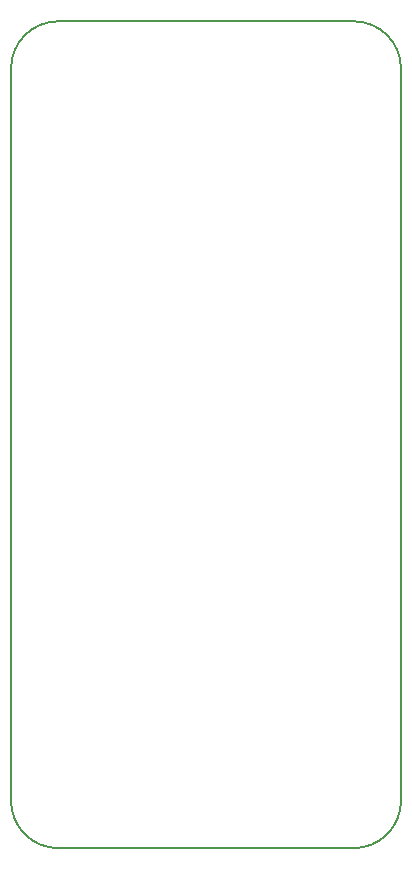
<source format=gbr>
G04 #@! TF.GenerationSoftware,KiCad,Pcbnew,5.1.3-ffb9f22~84~ubuntu18.04.1*
G04 #@! TF.CreationDate,2019-08-09T22:51:00+03:00*
G04 #@! TF.ProjectId,Edifier_Remote,45646966-6965-4725-9f52-656d6f74652e,rev?*
G04 #@! TF.SameCoordinates,Original*
G04 #@! TF.FileFunction,Profile,NP*
%FSLAX46Y46*%
G04 Gerber Fmt 4.6, Leading zero omitted, Abs format (unit mm)*
G04 Created by KiCad (PCBNEW 5.1.3-ffb9f22~84~ubuntu18.04.1) date 2019-08-09 22:51:00*
%MOMM*%
%LPD*%
G04 APERTURE LIST*
%ADD10C,0.200000*%
G04 APERTURE END LIST*
D10*
X100977199Y-70268600D02*
G75*
G02X104977199Y-66268600I4000000J0D01*
G01*
X104977200Y-136268600D02*
X129997200Y-136268600D01*
X133997199Y-132268601D02*
G75*
G02X129997200Y-136268600I-3999999J0D01*
G01*
X133997200Y-132268601D02*
X133997200Y-70268600D01*
X104977199Y-136268599D02*
G75*
G02X100977200Y-132268600I0J3999999D01*
G01*
X100977200Y-70268600D02*
X100977200Y-132268600D01*
X129997200Y-66268600D02*
G75*
G02X133997200Y-70268600I0J-4000000D01*
G01*
X129997200Y-66268600D02*
X104977199Y-66268600D01*
M02*

</source>
